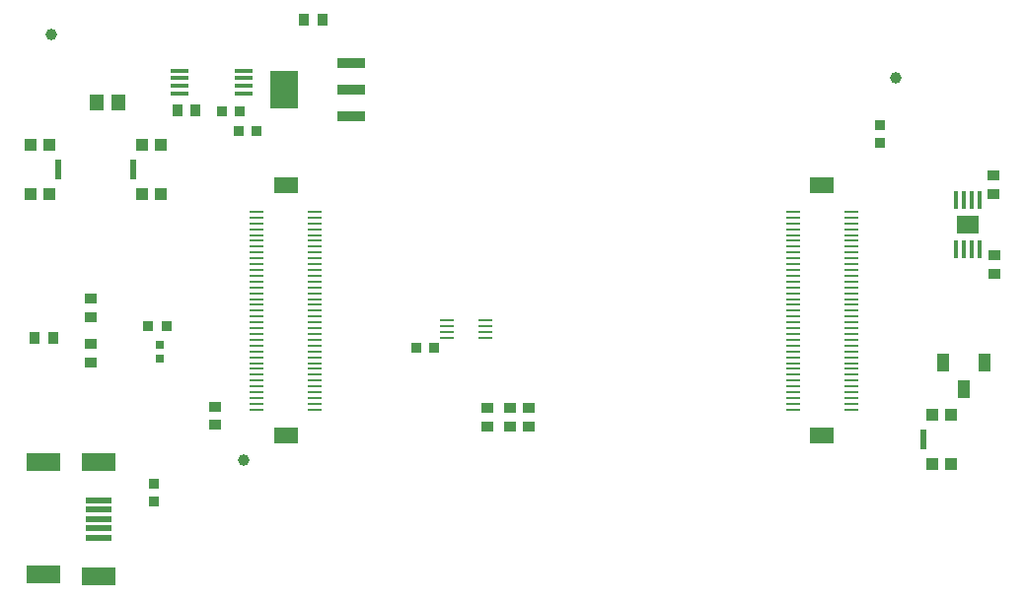
<source format=gtp>
G04 Layer_Color=8421504*
%FSLAX43Y43*%
%MOMM*%
G71*
G01*
G75*
%ADD13R,1.000X1.600*%
%ADD14R,0.900X1.000*%
%ADD15R,3.000X1.500*%
%ADD16R,2.300X0.500*%
%ADD17C,1.000*%
%ADD18R,0.813X0.914*%
%ADD19R,1.000X0.900*%
%ADD20R,1.650X0.300*%
%ADD21R,1.300X1.400*%
%ADD22O,1.200X0.250*%
%ADD23R,0.914X0.813*%
%ADD24R,2.000X1.450*%
%ADD25R,1.200X0.250*%
%ADD26R,2.400X3.300*%
%ADD27R,2.400X0.950*%
%ADD28R,0.600X1.700*%
%ADD29R,1.000X1.000*%
%ADD30R,0.800X0.800*%
%ADD31R,0.400X1.600*%
%ADD32O,0.400X1.600*%
%ADD33R,1.890X1.570*%
D13*
X146075Y77165D02*
D03*
X144325Y74865D02*
D03*
X142575Y77165D02*
D03*
D14*
X89319Y106578D02*
D03*
X87719D02*
D03*
X76822Y98781D02*
D03*
X78422D02*
D03*
X64605Y79248D02*
D03*
X66205D02*
D03*
D15*
X65305Y58924D02*
D03*
Y68599D02*
D03*
X70080Y58799D02*
D03*
Y68599D02*
D03*
D16*
Y63699D02*
D03*
Y62099D02*
D03*
Y62899D02*
D03*
Y64499D02*
D03*
Y65299D02*
D03*
D17*
X82499Y68783D02*
D03*
X138481Y101575D02*
D03*
X66040Y105359D02*
D03*
D18*
X80645Y98755D02*
D03*
X82220D02*
D03*
X83668Y97079D02*
D03*
X82093D02*
D03*
X97307Y78435D02*
D03*
X98882D02*
D03*
X75895Y80289D02*
D03*
X74320D02*
D03*
D19*
X106985Y73215D02*
D03*
Y71615D02*
D03*
X105385Y71641D02*
D03*
Y73241D02*
D03*
X146900Y93225D02*
D03*
Y91625D02*
D03*
X146925Y86400D02*
D03*
Y84800D02*
D03*
X69367Y77153D02*
D03*
Y78753D02*
D03*
Y82664D02*
D03*
Y81064D02*
D03*
X80061Y73368D02*
D03*
Y71768D02*
D03*
X103429Y73266D02*
D03*
Y71666D02*
D03*
D20*
X82556Y100295D02*
D03*
Y100945D02*
D03*
Y101595D02*
D03*
Y102245D02*
D03*
X77006Y100295D02*
D03*
Y100945D02*
D03*
Y101595D02*
D03*
Y102245D02*
D03*
D21*
X71741Y99517D02*
D03*
X69941D02*
D03*
D22*
X99950Y80775D02*
D03*
Y80275D02*
D03*
Y79775D02*
D03*
Y79275D02*
D03*
X103300Y80775D02*
D03*
Y80275D02*
D03*
Y79775D02*
D03*
Y79275D02*
D03*
D23*
X137150Y97562D02*
D03*
Y95988D02*
D03*
X74830Y65186D02*
D03*
Y66760D02*
D03*
D24*
X132150Y92350D02*
D03*
Y70850D02*
D03*
X86150Y92350D02*
D03*
Y70850D02*
D03*
D25*
X88650Y73100D02*
D03*
Y73600D02*
D03*
Y74100D02*
D03*
Y74600D02*
D03*
Y75100D02*
D03*
Y75600D02*
D03*
Y76100D02*
D03*
Y76600D02*
D03*
Y77100D02*
D03*
Y77600D02*
D03*
Y78100D02*
D03*
Y78600D02*
D03*
Y79100D02*
D03*
Y79600D02*
D03*
Y80100D02*
D03*
Y80600D02*
D03*
Y81100D02*
D03*
Y81600D02*
D03*
Y82100D02*
D03*
Y82600D02*
D03*
Y83100D02*
D03*
Y83600D02*
D03*
Y84100D02*
D03*
Y84600D02*
D03*
Y85100D02*
D03*
Y85600D02*
D03*
Y86100D02*
D03*
Y86600D02*
D03*
Y87100D02*
D03*
Y87600D02*
D03*
Y88100D02*
D03*
Y88600D02*
D03*
Y89100D02*
D03*
Y89600D02*
D03*
Y90100D02*
D03*
X83650Y73100D02*
D03*
Y73600D02*
D03*
Y74100D02*
D03*
Y74600D02*
D03*
Y75100D02*
D03*
Y75600D02*
D03*
Y76100D02*
D03*
Y76600D02*
D03*
Y77100D02*
D03*
Y77600D02*
D03*
Y78100D02*
D03*
Y78600D02*
D03*
Y79100D02*
D03*
Y79600D02*
D03*
Y80100D02*
D03*
Y80600D02*
D03*
Y81100D02*
D03*
Y81600D02*
D03*
Y82100D02*
D03*
Y82600D02*
D03*
Y83100D02*
D03*
Y83600D02*
D03*
Y84100D02*
D03*
Y84600D02*
D03*
Y85100D02*
D03*
Y85600D02*
D03*
Y86100D02*
D03*
Y86600D02*
D03*
Y87100D02*
D03*
Y87600D02*
D03*
Y88100D02*
D03*
Y88600D02*
D03*
Y89100D02*
D03*
Y89600D02*
D03*
Y90100D02*
D03*
X129650Y73100D02*
D03*
X134650Y73100D02*
D03*
Y73600D02*
D03*
Y74100D02*
D03*
Y74600D02*
D03*
Y75100D02*
D03*
Y75600D02*
D03*
Y76100D02*
D03*
Y76600D02*
D03*
Y77100D02*
D03*
Y77600D02*
D03*
Y78100D02*
D03*
Y78600D02*
D03*
Y79100D02*
D03*
Y79600D02*
D03*
Y80100D02*
D03*
Y80600D02*
D03*
Y81100D02*
D03*
Y81600D02*
D03*
Y82100D02*
D03*
Y82600D02*
D03*
Y83100D02*
D03*
Y83600D02*
D03*
Y84100D02*
D03*
Y84600D02*
D03*
Y85100D02*
D03*
Y85600D02*
D03*
Y86100D02*
D03*
Y86600D02*
D03*
Y87100D02*
D03*
Y87600D02*
D03*
Y88100D02*
D03*
Y88600D02*
D03*
Y89100D02*
D03*
Y89600D02*
D03*
Y90100D02*
D03*
X129650Y73600D02*
D03*
Y74100D02*
D03*
Y74600D02*
D03*
Y75100D02*
D03*
Y75600D02*
D03*
Y76100D02*
D03*
Y76600D02*
D03*
Y77100D02*
D03*
Y77600D02*
D03*
Y78100D02*
D03*
Y78600D02*
D03*
Y79100D02*
D03*
Y79600D02*
D03*
Y80100D02*
D03*
Y80600D02*
D03*
Y81100D02*
D03*
Y81600D02*
D03*
Y82100D02*
D03*
Y82600D02*
D03*
Y83100D02*
D03*
Y83600D02*
D03*
Y84100D02*
D03*
Y84600D02*
D03*
Y85100D02*
D03*
Y85600D02*
D03*
Y86100D02*
D03*
Y86600D02*
D03*
Y87100D02*
D03*
Y87600D02*
D03*
Y88100D02*
D03*
Y88600D02*
D03*
Y89100D02*
D03*
Y89600D02*
D03*
Y90100D02*
D03*
D26*
X86000Y100609D02*
D03*
D27*
X91800Y102909D02*
D03*
Y100609D02*
D03*
Y98309D02*
D03*
D28*
X73076Y93718D02*
D03*
X140894Y70528D02*
D03*
X66573Y93734D02*
D03*
D29*
X75438Y95818D02*
D03*
X73838D02*
D03*
X75438Y91618D02*
D03*
X73838D02*
D03*
X143256Y72628D02*
D03*
X141656D02*
D03*
X143256Y68428D02*
D03*
X141656D02*
D03*
X65811Y95834D02*
D03*
X64211D02*
D03*
X65811Y91634D02*
D03*
X64211D02*
D03*
D30*
X75311Y77445D02*
D03*
Y78695D02*
D03*
D31*
X143700Y86875D02*
D03*
D32*
X144350D02*
D03*
X145000D02*
D03*
X145650D02*
D03*
X143700Y91075D02*
D03*
X144350D02*
D03*
X145000D02*
D03*
X145650D02*
D03*
D33*
X144675Y88975D02*
D03*
M02*

</source>
